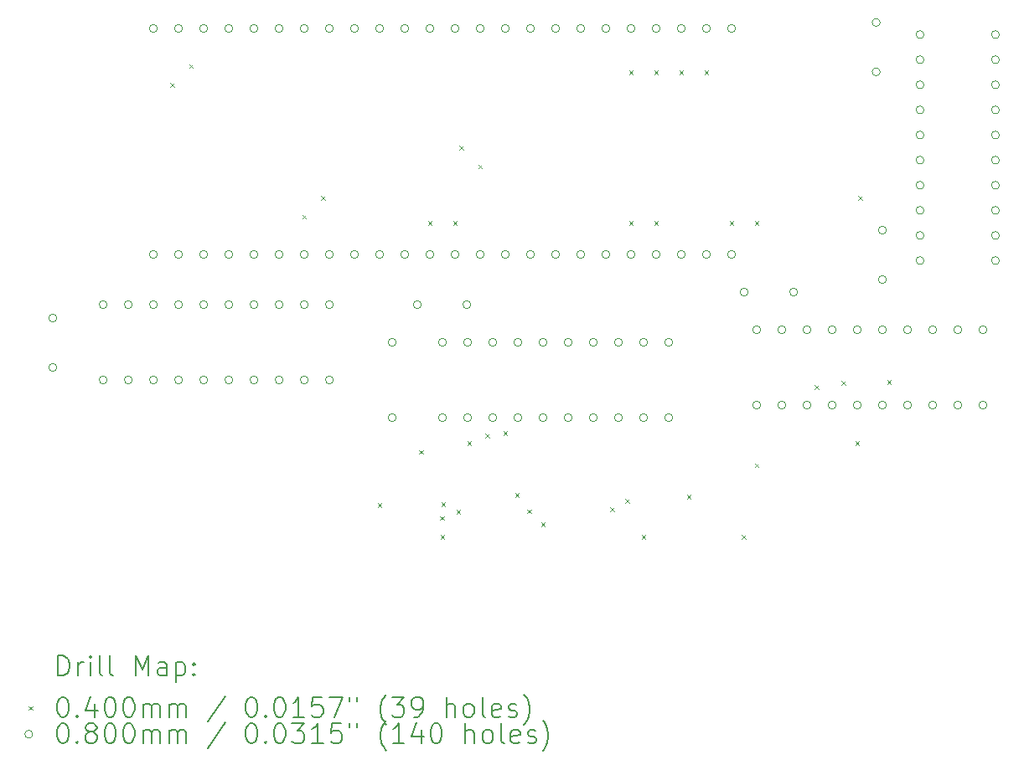
<source format=gbr>
%TF.GenerationSoftware,KiCad,Pcbnew,(6.0.9)*%
%TF.CreationDate,2023-05-01T17:43:59+02:00*%
%TF.ProjectId,05_Cartucho_MSX_Tang_Nano_9k_Mapper,30355f43-6172-4747-9563-686f5f4d5358,rev?*%
%TF.SameCoordinates,Original*%
%TF.FileFunction,Drillmap*%
%TF.FilePolarity,Positive*%
%FSLAX45Y45*%
G04 Gerber Fmt 4.5, Leading zero omitted, Abs format (unit mm)*
G04 Created by KiCad (PCBNEW (6.0.9)) date 2023-05-01 17:43:59*
%MOMM*%
%LPD*%
G01*
G04 APERTURE LIST*
%ADD10C,0.200000*%
%ADD11C,0.040000*%
%ADD12C,0.080000*%
G04 APERTURE END LIST*
D10*
D11*
X7028500Y-8679500D02*
X7068500Y-8719500D01*
X7068500Y-8679500D02*
X7028500Y-8719500D01*
X7219000Y-8489000D02*
X7259000Y-8529000D01*
X7259000Y-8489000D02*
X7219000Y-8529000D01*
X8362000Y-10013000D02*
X8402000Y-10053000D01*
X8402000Y-10013000D02*
X8362000Y-10053000D01*
X8552500Y-9822500D02*
X8592500Y-9862500D01*
X8592500Y-9822500D02*
X8552500Y-9862500D01*
X9124000Y-12929100D02*
X9164000Y-12969100D01*
X9164000Y-12929100D02*
X9124000Y-12969100D01*
X9545610Y-12393500D02*
X9585610Y-12433500D01*
X9585610Y-12393500D02*
X9545610Y-12433500D01*
X9632000Y-10076500D02*
X9672000Y-10116500D01*
X9672000Y-10076500D02*
X9632000Y-10116500D01*
X9755790Y-13060700D02*
X9795790Y-13100700D01*
X9795790Y-13060700D02*
X9755790Y-13100700D01*
X9759000Y-13249700D02*
X9799000Y-13289700D01*
X9799000Y-13249700D02*
X9759000Y-13289700D01*
X9766800Y-12919600D02*
X9806800Y-12959600D01*
X9806800Y-12919600D02*
X9766800Y-12959600D01*
X9886000Y-10076500D02*
X9926000Y-10116500D01*
X9926000Y-10076500D02*
X9886000Y-10116500D01*
X9918830Y-12995400D02*
X9958830Y-13035400D01*
X9958830Y-12995400D02*
X9918830Y-13035400D01*
X9949500Y-9314500D02*
X9989500Y-9354500D01*
X9989500Y-9314500D02*
X9949500Y-9354500D01*
X10029700Y-12303500D02*
X10069700Y-12343500D01*
X10069700Y-12303500D02*
X10029700Y-12343500D01*
X10140000Y-9505000D02*
X10180000Y-9545000D01*
X10180000Y-9505000D02*
X10140000Y-9545000D01*
X10209500Y-12225800D02*
X10249500Y-12265800D01*
X10249500Y-12225800D02*
X10209500Y-12265800D01*
X10394800Y-12200000D02*
X10434800Y-12240000D01*
X10434800Y-12200000D02*
X10394800Y-12240000D01*
X10512900Y-12830500D02*
X10552900Y-12870500D01*
X10552900Y-12830500D02*
X10512900Y-12870500D01*
X10633200Y-12994500D02*
X10673200Y-13034500D01*
X10673200Y-12994500D02*
X10633200Y-13034500D01*
X10775000Y-13122700D02*
X10815000Y-13162700D01*
X10815000Y-13122700D02*
X10775000Y-13162700D01*
X11473200Y-12970000D02*
X11513200Y-13010000D01*
X11513200Y-12970000D02*
X11473200Y-13010000D01*
X11626400Y-12890500D02*
X11666400Y-12930500D01*
X11666400Y-12890500D02*
X11626400Y-12930500D01*
X11664000Y-8552500D02*
X11704000Y-8592500D01*
X11704000Y-8552500D02*
X11664000Y-8592500D01*
X11664000Y-10076500D02*
X11704000Y-10116500D01*
X11704000Y-10076500D02*
X11664000Y-10116500D01*
X11791000Y-13249700D02*
X11831000Y-13289700D01*
X11831000Y-13249700D02*
X11791000Y-13289700D01*
X11918000Y-8552500D02*
X11958000Y-8592500D01*
X11958000Y-8552500D02*
X11918000Y-8592500D01*
X11918000Y-10076500D02*
X11958000Y-10116500D01*
X11958000Y-10076500D02*
X11918000Y-10116500D01*
X12172000Y-8552500D02*
X12212000Y-8592500D01*
X12212000Y-8552500D02*
X12172000Y-8592500D01*
X12247500Y-12845900D02*
X12287500Y-12885900D01*
X12287500Y-12845900D02*
X12247500Y-12885900D01*
X12426000Y-8552500D02*
X12466000Y-8592500D01*
X12466000Y-8552500D02*
X12426000Y-8592500D01*
X12680000Y-10076500D02*
X12720000Y-10116500D01*
X12720000Y-10076500D02*
X12680000Y-10116500D01*
X12803700Y-13252900D02*
X12843700Y-13292900D01*
X12843700Y-13252900D02*
X12803700Y-13292900D01*
X12934000Y-10076500D02*
X12974000Y-10116500D01*
X12974000Y-10076500D02*
X12934000Y-10116500D01*
X12934000Y-12528000D02*
X12974000Y-12568000D01*
X12974000Y-12528000D02*
X12934000Y-12568000D01*
X13540600Y-11739300D02*
X13580600Y-11779300D01*
X13580600Y-11739300D02*
X13540600Y-11779300D01*
X13812400Y-11694300D02*
X13852400Y-11734300D01*
X13852400Y-11694300D02*
X13812400Y-11734300D01*
X13950000Y-12305200D02*
X13990000Y-12345200D01*
X13990000Y-12305200D02*
X13950000Y-12345200D01*
X13980900Y-9824140D02*
X14020900Y-9864140D01*
X14020900Y-9824140D02*
X13980900Y-9864140D01*
X14271300Y-11685100D02*
X14311300Y-11725100D01*
X14311300Y-11685100D02*
X14271300Y-11725100D01*
D12*
X5882000Y-11057000D02*
G75*
G03*
X5882000Y-11057000I-40000J0D01*
G01*
X5882000Y-11557000D02*
G75*
G03*
X5882000Y-11557000I-40000J0D01*
G01*
X6390500Y-10922000D02*
G75*
G03*
X6390500Y-10922000I-40000J0D01*
G01*
X6390500Y-11684000D02*
G75*
G03*
X6390500Y-11684000I-40000J0D01*
G01*
X6644500Y-10922000D02*
G75*
G03*
X6644500Y-10922000I-40000J0D01*
G01*
X6644500Y-11684000D02*
G75*
G03*
X6644500Y-11684000I-40000J0D01*
G01*
X6898000Y-8128000D02*
G75*
G03*
X6898000Y-8128000I-40000J0D01*
G01*
X6898000Y-10414000D02*
G75*
G03*
X6898000Y-10414000I-40000J0D01*
G01*
X6898500Y-10922000D02*
G75*
G03*
X6898500Y-10922000I-40000J0D01*
G01*
X6898500Y-11684000D02*
G75*
G03*
X6898500Y-11684000I-40000J0D01*
G01*
X7152000Y-8128000D02*
G75*
G03*
X7152000Y-8128000I-40000J0D01*
G01*
X7152000Y-10414000D02*
G75*
G03*
X7152000Y-10414000I-40000J0D01*
G01*
X7152500Y-10922000D02*
G75*
G03*
X7152500Y-10922000I-40000J0D01*
G01*
X7152500Y-11684000D02*
G75*
G03*
X7152500Y-11684000I-40000J0D01*
G01*
X7406000Y-8128000D02*
G75*
G03*
X7406000Y-8128000I-40000J0D01*
G01*
X7406000Y-10414000D02*
G75*
G03*
X7406000Y-10414000I-40000J0D01*
G01*
X7406500Y-10922000D02*
G75*
G03*
X7406500Y-10922000I-40000J0D01*
G01*
X7406500Y-11684000D02*
G75*
G03*
X7406500Y-11684000I-40000J0D01*
G01*
X7660000Y-8128000D02*
G75*
G03*
X7660000Y-8128000I-40000J0D01*
G01*
X7660000Y-10414000D02*
G75*
G03*
X7660000Y-10414000I-40000J0D01*
G01*
X7660500Y-10922000D02*
G75*
G03*
X7660500Y-10922000I-40000J0D01*
G01*
X7660500Y-11684000D02*
G75*
G03*
X7660500Y-11684000I-40000J0D01*
G01*
X7914000Y-8128000D02*
G75*
G03*
X7914000Y-8128000I-40000J0D01*
G01*
X7914000Y-10414000D02*
G75*
G03*
X7914000Y-10414000I-40000J0D01*
G01*
X7914500Y-10922000D02*
G75*
G03*
X7914500Y-10922000I-40000J0D01*
G01*
X7914500Y-11684000D02*
G75*
G03*
X7914500Y-11684000I-40000J0D01*
G01*
X8168000Y-8128000D02*
G75*
G03*
X8168000Y-8128000I-40000J0D01*
G01*
X8168000Y-10414000D02*
G75*
G03*
X8168000Y-10414000I-40000J0D01*
G01*
X8168500Y-10922000D02*
G75*
G03*
X8168500Y-10922000I-40000J0D01*
G01*
X8168500Y-11684000D02*
G75*
G03*
X8168500Y-11684000I-40000J0D01*
G01*
X8422000Y-8128000D02*
G75*
G03*
X8422000Y-8128000I-40000J0D01*
G01*
X8422000Y-10414000D02*
G75*
G03*
X8422000Y-10414000I-40000J0D01*
G01*
X8422500Y-10922000D02*
G75*
G03*
X8422500Y-10922000I-40000J0D01*
G01*
X8422500Y-11684000D02*
G75*
G03*
X8422500Y-11684000I-40000J0D01*
G01*
X8676000Y-8128000D02*
G75*
G03*
X8676000Y-8128000I-40000J0D01*
G01*
X8676000Y-10414000D02*
G75*
G03*
X8676000Y-10414000I-40000J0D01*
G01*
X8676500Y-10922000D02*
G75*
G03*
X8676500Y-10922000I-40000J0D01*
G01*
X8676500Y-11684000D02*
G75*
G03*
X8676500Y-11684000I-40000J0D01*
G01*
X8930000Y-8128000D02*
G75*
G03*
X8930000Y-8128000I-40000J0D01*
G01*
X8930000Y-10414000D02*
G75*
G03*
X8930000Y-10414000I-40000J0D01*
G01*
X9184000Y-8128000D02*
G75*
G03*
X9184000Y-8128000I-40000J0D01*
G01*
X9184000Y-10414000D02*
G75*
G03*
X9184000Y-10414000I-40000J0D01*
G01*
X9311000Y-11303000D02*
G75*
G03*
X9311000Y-11303000I-40000J0D01*
G01*
X9311000Y-12065000D02*
G75*
G03*
X9311000Y-12065000I-40000J0D01*
G01*
X9438000Y-8128000D02*
G75*
G03*
X9438000Y-8128000I-40000J0D01*
G01*
X9438000Y-10414000D02*
G75*
G03*
X9438000Y-10414000I-40000J0D01*
G01*
X9565000Y-10922000D02*
G75*
G03*
X9565000Y-10922000I-40000J0D01*
G01*
X9692000Y-8128000D02*
G75*
G03*
X9692000Y-8128000I-40000J0D01*
G01*
X9692000Y-10414000D02*
G75*
G03*
X9692000Y-10414000I-40000J0D01*
G01*
X9819000Y-11303000D02*
G75*
G03*
X9819000Y-11303000I-40000J0D01*
G01*
X9819000Y-12065000D02*
G75*
G03*
X9819000Y-12065000I-40000J0D01*
G01*
X9946000Y-8128000D02*
G75*
G03*
X9946000Y-8128000I-40000J0D01*
G01*
X9946000Y-10414000D02*
G75*
G03*
X9946000Y-10414000I-40000J0D01*
G01*
X10065000Y-10922000D02*
G75*
G03*
X10065000Y-10922000I-40000J0D01*
G01*
X10073000Y-11303000D02*
G75*
G03*
X10073000Y-11303000I-40000J0D01*
G01*
X10073000Y-12065000D02*
G75*
G03*
X10073000Y-12065000I-40000J0D01*
G01*
X10200000Y-8128000D02*
G75*
G03*
X10200000Y-8128000I-40000J0D01*
G01*
X10200000Y-10414000D02*
G75*
G03*
X10200000Y-10414000I-40000J0D01*
G01*
X10327000Y-11303000D02*
G75*
G03*
X10327000Y-11303000I-40000J0D01*
G01*
X10327000Y-12065000D02*
G75*
G03*
X10327000Y-12065000I-40000J0D01*
G01*
X10454000Y-8128000D02*
G75*
G03*
X10454000Y-8128000I-40000J0D01*
G01*
X10454000Y-10414000D02*
G75*
G03*
X10454000Y-10414000I-40000J0D01*
G01*
X10581000Y-11303000D02*
G75*
G03*
X10581000Y-11303000I-40000J0D01*
G01*
X10581000Y-12065000D02*
G75*
G03*
X10581000Y-12065000I-40000J0D01*
G01*
X10708000Y-8128000D02*
G75*
G03*
X10708000Y-8128000I-40000J0D01*
G01*
X10708000Y-10414000D02*
G75*
G03*
X10708000Y-10414000I-40000J0D01*
G01*
X10835000Y-11303000D02*
G75*
G03*
X10835000Y-11303000I-40000J0D01*
G01*
X10835000Y-12065000D02*
G75*
G03*
X10835000Y-12065000I-40000J0D01*
G01*
X10962000Y-8128000D02*
G75*
G03*
X10962000Y-8128000I-40000J0D01*
G01*
X10962000Y-10414000D02*
G75*
G03*
X10962000Y-10414000I-40000J0D01*
G01*
X11089000Y-11303000D02*
G75*
G03*
X11089000Y-11303000I-40000J0D01*
G01*
X11089000Y-12065000D02*
G75*
G03*
X11089000Y-12065000I-40000J0D01*
G01*
X11216000Y-8128000D02*
G75*
G03*
X11216000Y-8128000I-40000J0D01*
G01*
X11216000Y-10414000D02*
G75*
G03*
X11216000Y-10414000I-40000J0D01*
G01*
X11343000Y-11303000D02*
G75*
G03*
X11343000Y-11303000I-40000J0D01*
G01*
X11343000Y-12065000D02*
G75*
G03*
X11343000Y-12065000I-40000J0D01*
G01*
X11470000Y-8128000D02*
G75*
G03*
X11470000Y-8128000I-40000J0D01*
G01*
X11470000Y-10414000D02*
G75*
G03*
X11470000Y-10414000I-40000J0D01*
G01*
X11597000Y-11303000D02*
G75*
G03*
X11597000Y-11303000I-40000J0D01*
G01*
X11597000Y-12065000D02*
G75*
G03*
X11597000Y-12065000I-40000J0D01*
G01*
X11724000Y-8128000D02*
G75*
G03*
X11724000Y-8128000I-40000J0D01*
G01*
X11724000Y-10414000D02*
G75*
G03*
X11724000Y-10414000I-40000J0D01*
G01*
X11851000Y-11303000D02*
G75*
G03*
X11851000Y-11303000I-40000J0D01*
G01*
X11851000Y-12065000D02*
G75*
G03*
X11851000Y-12065000I-40000J0D01*
G01*
X11978000Y-8128000D02*
G75*
G03*
X11978000Y-8128000I-40000J0D01*
G01*
X11978000Y-10414000D02*
G75*
G03*
X11978000Y-10414000I-40000J0D01*
G01*
X12105000Y-11303000D02*
G75*
G03*
X12105000Y-11303000I-40000J0D01*
G01*
X12105000Y-12065000D02*
G75*
G03*
X12105000Y-12065000I-40000J0D01*
G01*
X12232000Y-8128000D02*
G75*
G03*
X12232000Y-8128000I-40000J0D01*
G01*
X12232000Y-10414000D02*
G75*
G03*
X12232000Y-10414000I-40000J0D01*
G01*
X12486000Y-8128000D02*
G75*
G03*
X12486000Y-8128000I-40000J0D01*
G01*
X12486000Y-10414000D02*
G75*
G03*
X12486000Y-10414000I-40000J0D01*
G01*
X12740000Y-8128000D02*
G75*
G03*
X12740000Y-8128000I-40000J0D01*
G01*
X12740000Y-10414000D02*
G75*
G03*
X12740000Y-10414000I-40000J0D01*
G01*
X12867000Y-10795000D02*
G75*
G03*
X12867000Y-10795000I-40000J0D01*
G01*
X12994000Y-11176000D02*
G75*
G03*
X12994000Y-11176000I-40000J0D01*
G01*
X12994000Y-11938000D02*
G75*
G03*
X12994000Y-11938000I-40000J0D01*
G01*
X13248000Y-11176000D02*
G75*
G03*
X13248000Y-11176000I-40000J0D01*
G01*
X13248000Y-11938000D02*
G75*
G03*
X13248000Y-11938000I-40000J0D01*
G01*
X13367000Y-10795000D02*
G75*
G03*
X13367000Y-10795000I-40000J0D01*
G01*
X13502000Y-11176000D02*
G75*
G03*
X13502000Y-11176000I-40000J0D01*
G01*
X13502000Y-11938000D02*
G75*
G03*
X13502000Y-11938000I-40000J0D01*
G01*
X13756000Y-11176000D02*
G75*
G03*
X13756000Y-11176000I-40000J0D01*
G01*
X13756000Y-11938000D02*
G75*
G03*
X13756000Y-11938000I-40000J0D01*
G01*
X14010000Y-11176000D02*
G75*
G03*
X14010000Y-11176000I-40000J0D01*
G01*
X14010000Y-11938000D02*
G75*
G03*
X14010000Y-11938000I-40000J0D01*
G01*
X14200500Y-8068500D02*
G75*
G03*
X14200500Y-8068500I-40000J0D01*
G01*
X14200500Y-8568500D02*
G75*
G03*
X14200500Y-8568500I-40000J0D01*
G01*
X14264000Y-10168000D02*
G75*
G03*
X14264000Y-10168000I-40000J0D01*
G01*
X14264000Y-10668000D02*
G75*
G03*
X14264000Y-10668000I-40000J0D01*
G01*
X14264000Y-11176000D02*
G75*
G03*
X14264000Y-11176000I-40000J0D01*
G01*
X14264000Y-11938000D02*
G75*
G03*
X14264000Y-11938000I-40000J0D01*
G01*
X14518000Y-11176000D02*
G75*
G03*
X14518000Y-11176000I-40000J0D01*
G01*
X14518000Y-11938000D02*
G75*
G03*
X14518000Y-11938000I-40000J0D01*
G01*
X14644000Y-8191000D02*
G75*
G03*
X14644000Y-8191000I-40000J0D01*
G01*
X14644000Y-8445000D02*
G75*
G03*
X14644000Y-8445000I-40000J0D01*
G01*
X14644000Y-8699000D02*
G75*
G03*
X14644000Y-8699000I-40000J0D01*
G01*
X14644000Y-8953000D02*
G75*
G03*
X14644000Y-8953000I-40000J0D01*
G01*
X14644000Y-9207000D02*
G75*
G03*
X14644000Y-9207000I-40000J0D01*
G01*
X14644000Y-9461000D02*
G75*
G03*
X14644000Y-9461000I-40000J0D01*
G01*
X14644000Y-9715000D02*
G75*
G03*
X14644000Y-9715000I-40000J0D01*
G01*
X14644000Y-9969000D02*
G75*
G03*
X14644000Y-9969000I-40000J0D01*
G01*
X14644000Y-10223000D02*
G75*
G03*
X14644000Y-10223000I-40000J0D01*
G01*
X14644000Y-10477000D02*
G75*
G03*
X14644000Y-10477000I-40000J0D01*
G01*
X14772000Y-11176000D02*
G75*
G03*
X14772000Y-11176000I-40000J0D01*
G01*
X14772000Y-11938000D02*
G75*
G03*
X14772000Y-11938000I-40000J0D01*
G01*
X15026000Y-11176000D02*
G75*
G03*
X15026000Y-11176000I-40000J0D01*
G01*
X15026000Y-11938000D02*
G75*
G03*
X15026000Y-11938000I-40000J0D01*
G01*
X15280000Y-11176000D02*
G75*
G03*
X15280000Y-11176000I-40000J0D01*
G01*
X15280000Y-11938000D02*
G75*
G03*
X15280000Y-11938000I-40000J0D01*
G01*
X15406000Y-8191000D02*
G75*
G03*
X15406000Y-8191000I-40000J0D01*
G01*
X15406000Y-8445000D02*
G75*
G03*
X15406000Y-8445000I-40000J0D01*
G01*
X15406000Y-8699000D02*
G75*
G03*
X15406000Y-8699000I-40000J0D01*
G01*
X15406000Y-8953000D02*
G75*
G03*
X15406000Y-8953000I-40000J0D01*
G01*
X15406000Y-9207000D02*
G75*
G03*
X15406000Y-9207000I-40000J0D01*
G01*
X15406000Y-9461000D02*
G75*
G03*
X15406000Y-9461000I-40000J0D01*
G01*
X15406000Y-9715000D02*
G75*
G03*
X15406000Y-9715000I-40000J0D01*
G01*
X15406000Y-9969000D02*
G75*
G03*
X15406000Y-9969000I-40000J0D01*
G01*
X15406000Y-10223000D02*
G75*
G03*
X15406000Y-10223000I-40000J0D01*
G01*
X15406000Y-10477000D02*
G75*
G03*
X15406000Y-10477000I-40000J0D01*
G01*
D10*
X5896419Y-14674176D02*
X5896419Y-14474176D01*
X5944038Y-14474176D01*
X5972609Y-14483700D01*
X5991657Y-14502748D01*
X6001181Y-14521795D01*
X6010705Y-14559890D01*
X6010705Y-14588462D01*
X6001181Y-14626557D01*
X5991657Y-14645605D01*
X5972609Y-14664652D01*
X5944038Y-14674176D01*
X5896419Y-14674176D01*
X6096419Y-14674176D02*
X6096419Y-14540843D01*
X6096419Y-14578938D02*
X6105943Y-14559890D01*
X6115467Y-14550367D01*
X6134514Y-14540843D01*
X6153562Y-14540843D01*
X6220228Y-14674176D02*
X6220228Y-14540843D01*
X6220228Y-14474176D02*
X6210705Y-14483700D01*
X6220228Y-14493224D01*
X6229752Y-14483700D01*
X6220228Y-14474176D01*
X6220228Y-14493224D01*
X6344038Y-14674176D02*
X6324990Y-14664652D01*
X6315467Y-14645605D01*
X6315467Y-14474176D01*
X6448800Y-14674176D02*
X6429752Y-14664652D01*
X6420228Y-14645605D01*
X6420228Y-14474176D01*
X6677371Y-14674176D02*
X6677371Y-14474176D01*
X6744038Y-14617033D01*
X6810705Y-14474176D01*
X6810705Y-14674176D01*
X6991657Y-14674176D02*
X6991657Y-14569414D01*
X6982133Y-14550367D01*
X6963086Y-14540843D01*
X6924990Y-14540843D01*
X6905943Y-14550367D01*
X6991657Y-14664652D02*
X6972609Y-14674176D01*
X6924990Y-14674176D01*
X6905943Y-14664652D01*
X6896419Y-14645605D01*
X6896419Y-14626557D01*
X6905943Y-14607509D01*
X6924990Y-14597986D01*
X6972609Y-14597986D01*
X6991657Y-14588462D01*
X7086895Y-14540843D02*
X7086895Y-14740843D01*
X7086895Y-14550367D02*
X7105943Y-14540843D01*
X7144038Y-14540843D01*
X7163086Y-14550367D01*
X7172609Y-14559890D01*
X7182133Y-14578938D01*
X7182133Y-14636081D01*
X7172609Y-14655128D01*
X7163086Y-14664652D01*
X7144038Y-14674176D01*
X7105943Y-14674176D01*
X7086895Y-14664652D01*
X7267848Y-14655128D02*
X7277371Y-14664652D01*
X7267848Y-14674176D01*
X7258324Y-14664652D01*
X7267848Y-14655128D01*
X7267848Y-14674176D01*
X7267848Y-14550367D02*
X7277371Y-14559890D01*
X7267848Y-14569414D01*
X7258324Y-14559890D01*
X7267848Y-14550367D01*
X7267848Y-14569414D01*
D11*
X5598800Y-14983700D02*
X5638800Y-15023700D01*
X5638800Y-14983700D02*
X5598800Y-15023700D01*
D10*
X5934514Y-14894176D02*
X5953562Y-14894176D01*
X5972609Y-14903700D01*
X5982133Y-14913224D01*
X5991657Y-14932271D01*
X6001181Y-14970367D01*
X6001181Y-15017986D01*
X5991657Y-15056081D01*
X5982133Y-15075128D01*
X5972609Y-15084652D01*
X5953562Y-15094176D01*
X5934514Y-15094176D01*
X5915467Y-15084652D01*
X5905943Y-15075128D01*
X5896419Y-15056081D01*
X5886895Y-15017986D01*
X5886895Y-14970367D01*
X5896419Y-14932271D01*
X5905943Y-14913224D01*
X5915467Y-14903700D01*
X5934514Y-14894176D01*
X6086895Y-15075128D02*
X6096419Y-15084652D01*
X6086895Y-15094176D01*
X6077371Y-15084652D01*
X6086895Y-15075128D01*
X6086895Y-15094176D01*
X6267848Y-14960843D02*
X6267848Y-15094176D01*
X6220228Y-14884652D02*
X6172609Y-15027509D01*
X6296419Y-15027509D01*
X6410705Y-14894176D02*
X6429752Y-14894176D01*
X6448800Y-14903700D01*
X6458324Y-14913224D01*
X6467848Y-14932271D01*
X6477371Y-14970367D01*
X6477371Y-15017986D01*
X6467848Y-15056081D01*
X6458324Y-15075128D01*
X6448800Y-15084652D01*
X6429752Y-15094176D01*
X6410705Y-15094176D01*
X6391657Y-15084652D01*
X6382133Y-15075128D01*
X6372609Y-15056081D01*
X6363086Y-15017986D01*
X6363086Y-14970367D01*
X6372609Y-14932271D01*
X6382133Y-14913224D01*
X6391657Y-14903700D01*
X6410705Y-14894176D01*
X6601181Y-14894176D02*
X6620228Y-14894176D01*
X6639276Y-14903700D01*
X6648800Y-14913224D01*
X6658324Y-14932271D01*
X6667848Y-14970367D01*
X6667848Y-15017986D01*
X6658324Y-15056081D01*
X6648800Y-15075128D01*
X6639276Y-15084652D01*
X6620228Y-15094176D01*
X6601181Y-15094176D01*
X6582133Y-15084652D01*
X6572609Y-15075128D01*
X6563086Y-15056081D01*
X6553562Y-15017986D01*
X6553562Y-14970367D01*
X6563086Y-14932271D01*
X6572609Y-14913224D01*
X6582133Y-14903700D01*
X6601181Y-14894176D01*
X6753562Y-15094176D02*
X6753562Y-14960843D01*
X6753562Y-14979890D02*
X6763086Y-14970367D01*
X6782133Y-14960843D01*
X6810705Y-14960843D01*
X6829752Y-14970367D01*
X6839276Y-14989414D01*
X6839276Y-15094176D01*
X6839276Y-14989414D02*
X6848800Y-14970367D01*
X6867848Y-14960843D01*
X6896419Y-14960843D01*
X6915467Y-14970367D01*
X6924990Y-14989414D01*
X6924990Y-15094176D01*
X7020228Y-15094176D02*
X7020228Y-14960843D01*
X7020228Y-14979890D02*
X7029752Y-14970367D01*
X7048800Y-14960843D01*
X7077371Y-14960843D01*
X7096419Y-14970367D01*
X7105943Y-14989414D01*
X7105943Y-15094176D01*
X7105943Y-14989414D02*
X7115467Y-14970367D01*
X7134514Y-14960843D01*
X7163086Y-14960843D01*
X7182133Y-14970367D01*
X7191657Y-14989414D01*
X7191657Y-15094176D01*
X7582133Y-14884652D02*
X7410705Y-15141795D01*
X7839276Y-14894176D02*
X7858324Y-14894176D01*
X7877371Y-14903700D01*
X7886895Y-14913224D01*
X7896419Y-14932271D01*
X7905943Y-14970367D01*
X7905943Y-15017986D01*
X7896419Y-15056081D01*
X7886895Y-15075128D01*
X7877371Y-15084652D01*
X7858324Y-15094176D01*
X7839276Y-15094176D01*
X7820228Y-15084652D01*
X7810705Y-15075128D01*
X7801181Y-15056081D01*
X7791657Y-15017986D01*
X7791657Y-14970367D01*
X7801181Y-14932271D01*
X7810705Y-14913224D01*
X7820228Y-14903700D01*
X7839276Y-14894176D01*
X7991657Y-15075128D02*
X8001181Y-15084652D01*
X7991657Y-15094176D01*
X7982133Y-15084652D01*
X7991657Y-15075128D01*
X7991657Y-15094176D01*
X8124990Y-14894176D02*
X8144038Y-14894176D01*
X8163086Y-14903700D01*
X8172609Y-14913224D01*
X8182133Y-14932271D01*
X8191657Y-14970367D01*
X8191657Y-15017986D01*
X8182133Y-15056081D01*
X8172609Y-15075128D01*
X8163086Y-15084652D01*
X8144038Y-15094176D01*
X8124990Y-15094176D01*
X8105943Y-15084652D01*
X8096419Y-15075128D01*
X8086895Y-15056081D01*
X8077371Y-15017986D01*
X8077371Y-14970367D01*
X8086895Y-14932271D01*
X8096419Y-14913224D01*
X8105943Y-14903700D01*
X8124990Y-14894176D01*
X8382133Y-15094176D02*
X8267848Y-15094176D01*
X8324990Y-15094176D02*
X8324990Y-14894176D01*
X8305943Y-14922748D01*
X8286895Y-14941795D01*
X8267848Y-14951319D01*
X8563086Y-14894176D02*
X8467848Y-14894176D01*
X8458324Y-14989414D01*
X8467848Y-14979890D01*
X8486895Y-14970367D01*
X8534514Y-14970367D01*
X8553562Y-14979890D01*
X8563086Y-14989414D01*
X8572610Y-15008462D01*
X8572610Y-15056081D01*
X8563086Y-15075128D01*
X8553562Y-15084652D01*
X8534514Y-15094176D01*
X8486895Y-15094176D01*
X8467848Y-15084652D01*
X8458324Y-15075128D01*
X8639276Y-14894176D02*
X8772610Y-14894176D01*
X8686895Y-15094176D01*
X8839276Y-14894176D02*
X8839276Y-14932271D01*
X8915467Y-14894176D02*
X8915467Y-14932271D01*
X9210705Y-15170367D02*
X9201181Y-15160843D01*
X9182133Y-15132271D01*
X9172610Y-15113224D01*
X9163086Y-15084652D01*
X9153562Y-15037033D01*
X9153562Y-14998938D01*
X9163086Y-14951319D01*
X9172610Y-14922748D01*
X9182133Y-14903700D01*
X9201181Y-14875128D01*
X9210705Y-14865605D01*
X9267848Y-14894176D02*
X9391657Y-14894176D01*
X9324990Y-14970367D01*
X9353562Y-14970367D01*
X9372610Y-14979890D01*
X9382133Y-14989414D01*
X9391657Y-15008462D01*
X9391657Y-15056081D01*
X9382133Y-15075128D01*
X9372610Y-15084652D01*
X9353562Y-15094176D01*
X9296419Y-15094176D01*
X9277371Y-15084652D01*
X9267848Y-15075128D01*
X9486895Y-15094176D02*
X9524990Y-15094176D01*
X9544038Y-15084652D01*
X9553562Y-15075128D01*
X9572610Y-15046557D01*
X9582133Y-15008462D01*
X9582133Y-14932271D01*
X9572610Y-14913224D01*
X9563086Y-14903700D01*
X9544038Y-14894176D01*
X9505943Y-14894176D01*
X9486895Y-14903700D01*
X9477371Y-14913224D01*
X9467848Y-14932271D01*
X9467848Y-14979890D01*
X9477371Y-14998938D01*
X9486895Y-15008462D01*
X9505943Y-15017986D01*
X9544038Y-15017986D01*
X9563086Y-15008462D01*
X9572610Y-14998938D01*
X9582133Y-14979890D01*
X9820229Y-15094176D02*
X9820229Y-14894176D01*
X9905943Y-15094176D02*
X9905943Y-14989414D01*
X9896419Y-14970367D01*
X9877371Y-14960843D01*
X9848800Y-14960843D01*
X9829752Y-14970367D01*
X9820229Y-14979890D01*
X10029752Y-15094176D02*
X10010705Y-15084652D01*
X10001181Y-15075128D01*
X9991657Y-15056081D01*
X9991657Y-14998938D01*
X10001181Y-14979890D01*
X10010705Y-14970367D01*
X10029752Y-14960843D01*
X10058324Y-14960843D01*
X10077371Y-14970367D01*
X10086895Y-14979890D01*
X10096419Y-14998938D01*
X10096419Y-15056081D01*
X10086895Y-15075128D01*
X10077371Y-15084652D01*
X10058324Y-15094176D01*
X10029752Y-15094176D01*
X10210705Y-15094176D02*
X10191657Y-15084652D01*
X10182133Y-15065605D01*
X10182133Y-14894176D01*
X10363086Y-15084652D02*
X10344038Y-15094176D01*
X10305943Y-15094176D01*
X10286895Y-15084652D01*
X10277371Y-15065605D01*
X10277371Y-14989414D01*
X10286895Y-14970367D01*
X10305943Y-14960843D01*
X10344038Y-14960843D01*
X10363086Y-14970367D01*
X10372610Y-14989414D01*
X10372610Y-15008462D01*
X10277371Y-15027509D01*
X10448800Y-15084652D02*
X10467848Y-15094176D01*
X10505943Y-15094176D01*
X10524990Y-15084652D01*
X10534514Y-15065605D01*
X10534514Y-15056081D01*
X10524990Y-15037033D01*
X10505943Y-15027509D01*
X10477371Y-15027509D01*
X10458324Y-15017986D01*
X10448800Y-14998938D01*
X10448800Y-14989414D01*
X10458324Y-14970367D01*
X10477371Y-14960843D01*
X10505943Y-14960843D01*
X10524990Y-14970367D01*
X10601181Y-15170367D02*
X10610705Y-15160843D01*
X10629752Y-15132271D01*
X10639276Y-15113224D01*
X10648800Y-15084652D01*
X10658324Y-15037033D01*
X10658324Y-14998938D01*
X10648800Y-14951319D01*
X10639276Y-14922748D01*
X10629752Y-14903700D01*
X10610705Y-14875128D01*
X10601181Y-14865605D01*
D12*
X5638800Y-15267700D02*
G75*
G03*
X5638800Y-15267700I-40000J0D01*
G01*
D10*
X5934514Y-15158176D02*
X5953562Y-15158176D01*
X5972609Y-15167700D01*
X5982133Y-15177224D01*
X5991657Y-15196271D01*
X6001181Y-15234367D01*
X6001181Y-15281986D01*
X5991657Y-15320081D01*
X5982133Y-15339128D01*
X5972609Y-15348652D01*
X5953562Y-15358176D01*
X5934514Y-15358176D01*
X5915467Y-15348652D01*
X5905943Y-15339128D01*
X5896419Y-15320081D01*
X5886895Y-15281986D01*
X5886895Y-15234367D01*
X5896419Y-15196271D01*
X5905943Y-15177224D01*
X5915467Y-15167700D01*
X5934514Y-15158176D01*
X6086895Y-15339128D02*
X6096419Y-15348652D01*
X6086895Y-15358176D01*
X6077371Y-15348652D01*
X6086895Y-15339128D01*
X6086895Y-15358176D01*
X6210705Y-15243890D02*
X6191657Y-15234367D01*
X6182133Y-15224843D01*
X6172609Y-15205795D01*
X6172609Y-15196271D01*
X6182133Y-15177224D01*
X6191657Y-15167700D01*
X6210705Y-15158176D01*
X6248800Y-15158176D01*
X6267848Y-15167700D01*
X6277371Y-15177224D01*
X6286895Y-15196271D01*
X6286895Y-15205795D01*
X6277371Y-15224843D01*
X6267848Y-15234367D01*
X6248800Y-15243890D01*
X6210705Y-15243890D01*
X6191657Y-15253414D01*
X6182133Y-15262938D01*
X6172609Y-15281986D01*
X6172609Y-15320081D01*
X6182133Y-15339128D01*
X6191657Y-15348652D01*
X6210705Y-15358176D01*
X6248800Y-15358176D01*
X6267848Y-15348652D01*
X6277371Y-15339128D01*
X6286895Y-15320081D01*
X6286895Y-15281986D01*
X6277371Y-15262938D01*
X6267848Y-15253414D01*
X6248800Y-15243890D01*
X6410705Y-15158176D02*
X6429752Y-15158176D01*
X6448800Y-15167700D01*
X6458324Y-15177224D01*
X6467848Y-15196271D01*
X6477371Y-15234367D01*
X6477371Y-15281986D01*
X6467848Y-15320081D01*
X6458324Y-15339128D01*
X6448800Y-15348652D01*
X6429752Y-15358176D01*
X6410705Y-15358176D01*
X6391657Y-15348652D01*
X6382133Y-15339128D01*
X6372609Y-15320081D01*
X6363086Y-15281986D01*
X6363086Y-15234367D01*
X6372609Y-15196271D01*
X6382133Y-15177224D01*
X6391657Y-15167700D01*
X6410705Y-15158176D01*
X6601181Y-15158176D02*
X6620228Y-15158176D01*
X6639276Y-15167700D01*
X6648800Y-15177224D01*
X6658324Y-15196271D01*
X6667848Y-15234367D01*
X6667848Y-15281986D01*
X6658324Y-15320081D01*
X6648800Y-15339128D01*
X6639276Y-15348652D01*
X6620228Y-15358176D01*
X6601181Y-15358176D01*
X6582133Y-15348652D01*
X6572609Y-15339128D01*
X6563086Y-15320081D01*
X6553562Y-15281986D01*
X6553562Y-15234367D01*
X6563086Y-15196271D01*
X6572609Y-15177224D01*
X6582133Y-15167700D01*
X6601181Y-15158176D01*
X6753562Y-15358176D02*
X6753562Y-15224843D01*
X6753562Y-15243890D02*
X6763086Y-15234367D01*
X6782133Y-15224843D01*
X6810705Y-15224843D01*
X6829752Y-15234367D01*
X6839276Y-15253414D01*
X6839276Y-15358176D01*
X6839276Y-15253414D02*
X6848800Y-15234367D01*
X6867848Y-15224843D01*
X6896419Y-15224843D01*
X6915467Y-15234367D01*
X6924990Y-15253414D01*
X6924990Y-15358176D01*
X7020228Y-15358176D02*
X7020228Y-15224843D01*
X7020228Y-15243890D02*
X7029752Y-15234367D01*
X7048800Y-15224843D01*
X7077371Y-15224843D01*
X7096419Y-15234367D01*
X7105943Y-15253414D01*
X7105943Y-15358176D01*
X7105943Y-15253414D02*
X7115467Y-15234367D01*
X7134514Y-15224843D01*
X7163086Y-15224843D01*
X7182133Y-15234367D01*
X7191657Y-15253414D01*
X7191657Y-15358176D01*
X7582133Y-15148652D02*
X7410705Y-15405795D01*
X7839276Y-15158176D02*
X7858324Y-15158176D01*
X7877371Y-15167700D01*
X7886895Y-15177224D01*
X7896419Y-15196271D01*
X7905943Y-15234367D01*
X7905943Y-15281986D01*
X7896419Y-15320081D01*
X7886895Y-15339128D01*
X7877371Y-15348652D01*
X7858324Y-15358176D01*
X7839276Y-15358176D01*
X7820228Y-15348652D01*
X7810705Y-15339128D01*
X7801181Y-15320081D01*
X7791657Y-15281986D01*
X7791657Y-15234367D01*
X7801181Y-15196271D01*
X7810705Y-15177224D01*
X7820228Y-15167700D01*
X7839276Y-15158176D01*
X7991657Y-15339128D02*
X8001181Y-15348652D01*
X7991657Y-15358176D01*
X7982133Y-15348652D01*
X7991657Y-15339128D01*
X7991657Y-15358176D01*
X8124990Y-15158176D02*
X8144038Y-15158176D01*
X8163086Y-15167700D01*
X8172609Y-15177224D01*
X8182133Y-15196271D01*
X8191657Y-15234367D01*
X8191657Y-15281986D01*
X8182133Y-15320081D01*
X8172609Y-15339128D01*
X8163086Y-15348652D01*
X8144038Y-15358176D01*
X8124990Y-15358176D01*
X8105943Y-15348652D01*
X8096419Y-15339128D01*
X8086895Y-15320081D01*
X8077371Y-15281986D01*
X8077371Y-15234367D01*
X8086895Y-15196271D01*
X8096419Y-15177224D01*
X8105943Y-15167700D01*
X8124990Y-15158176D01*
X8258324Y-15158176D02*
X8382133Y-15158176D01*
X8315467Y-15234367D01*
X8344038Y-15234367D01*
X8363086Y-15243890D01*
X8372609Y-15253414D01*
X8382133Y-15272462D01*
X8382133Y-15320081D01*
X8372609Y-15339128D01*
X8363086Y-15348652D01*
X8344038Y-15358176D01*
X8286895Y-15358176D01*
X8267848Y-15348652D01*
X8258324Y-15339128D01*
X8572610Y-15358176D02*
X8458324Y-15358176D01*
X8515467Y-15358176D02*
X8515467Y-15158176D01*
X8496419Y-15186748D01*
X8477371Y-15205795D01*
X8458324Y-15215319D01*
X8753562Y-15158176D02*
X8658324Y-15158176D01*
X8648800Y-15253414D01*
X8658324Y-15243890D01*
X8677371Y-15234367D01*
X8724990Y-15234367D01*
X8744038Y-15243890D01*
X8753562Y-15253414D01*
X8763086Y-15272462D01*
X8763086Y-15320081D01*
X8753562Y-15339128D01*
X8744038Y-15348652D01*
X8724990Y-15358176D01*
X8677371Y-15358176D01*
X8658324Y-15348652D01*
X8648800Y-15339128D01*
X8839276Y-15158176D02*
X8839276Y-15196271D01*
X8915467Y-15158176D02*
X8915467Y-15196271D01*
X9210705Y-15434367D02*
X9201181Y-15424843D01*
X9182133Y-15396271D01*
X9172610Y-15377224D01*
X9163086Y-15348652D01*
X9153562Y-15301033D01*
X9153562Y-15262938D01*
X9163086Y-15215319D01*
X9172610Y-15186748D01*
X9182133Y-15167700D01*
X9201181Y-15139128D01*
X9210705Y-15129605D01*
X9391657Y-15358176D02*
X9277371Y-15358176D01*
X9334514Y-15358176D02*
X9334514Y-15158176D01*
X9315467Y-15186748D01*
X9296419Y-15205795D01*
X9277371Y-15215319D01*
X9563086Y-15224843D02*
X9563086Y-15358176D01*
X9515467Y-15148652D02*
X9467848Y-15291509D01*
X9591657Y-15291509D01*
X9705943Y-15158176D02*
X9724990Y-15158176D01*
X9744038Y-15167700D01*
X9753562Y-15177224D01*
X9763086Y-15196271D01*
X9772610Y-15234367D01*
X9772610Y-15281986D01*
X9763086Y-15320081D01*
X9753562Y-15339128D01*
X9744038Y-15348652D01*
X9724990Y-15358176D01*
X9705943Y-15358176D01*
X9686895Y-15348652D01*
X9677371Y-15339128D01*
X9667848Y-15320081D01*
X9658324Y-15281986D01*
X9658324Y-15234367D01*
X9667848Y-15196271D01*
X9677371Y-15177224D01*
X9686895Y-15167700D01*
X9705943Y-15158176D01*
X10010705Y-15358176D02*
X10010705Y-15158176D01*
X10096419Y-15358176D02*
X10096419Y-15253414D01*
X10086895Y-15234367D01*
X10067848Y-15224843D01*
X10039276Y-15224843D01*
X10020229Y-15234367D01*
X10010705Y-15243890D01*
X10220229Y-15358176D02*
X10201181Y-15348652D01*
X10191657Y-15339128D01*
X10182133Y-15320081D01*
X10182133Y-15262938D01*
X10191657Y-15243890D01*
X10201181Y-15234367D01*
X10220229Y-15224843D01*
X10248800Y-15224843D01*
X10267848Y-15234367D01*
X10277371Y-15243890D01*
X10286895Y-15262938D01*
X10286895Y-15320081D01*
X10277371Y-15339128D01*
X10267848Y-15348652D01*
X10248800Y-15358176D01*
X10220229Y-15358176D01*
X10401181Y-15358176D02*
X10382133Y-15348652D01*
X10372610Y-15329605D01*
X10372610Y-15158176D01*
X10553562Y-15348652D02*
X10534514Y-15358176D01*
X10496419Y-15358176D01*
X10477371Y-15348652D01*
X10467848Y-15329605D01*
X10467848Y-15253414D01*
X10477371Y-15234367D01*
X10496419Y-15224843D01*
X10534514Y-15224843D01*
X10553562Y-15234367D01*
X10563086Y-15253414D01*
X10563086Y-15272462D01*
X10467848Y-15291509D01*
X10639276Y-15348652D02*
X10658324Y-15358176D01*
X10696419Y-15358176D01*
X10715467Y-15348652D01*
X10724990Y-15329605D01*
X10724990Y-15320081D01*
X10715467Y-15301033D01*
X10696419Y-15291509D01*
X10667848Y-15291509D01*
X10648800Y-15281986D01*
X10639276Y-15262938D01*
X10639276Y-15253414D01*
X10648800Y-15234367D01*
X10667848Y-15224843D01*
X10696419Y-15224843D01*
X10715467Y-15234367D01*
X10791657Y-15434367D02*
X10801181Y-15424843D01*
X10820229Y-15396271D01*
X10829752Y-15377224D01*
X10839276Y-15348652D01*
X10848800Y-15301033D01*
X10848800Y-15262938D01*
X10839276Y-15215319D01*
X10829752Y-15186748D01*
X10820229Y-15167700D01*
X10801181Y-15139128D01*
X10791657Y-15129605D01*
M02*

</source>
